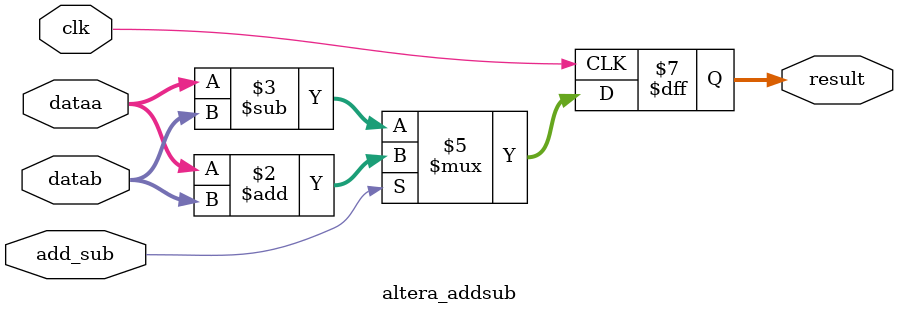
<source format=v>
module altera_addsub
(
	input [7:0] dataa,
	input [7:0] datab,
	input add_sub,	  // if this is 1, add; else subtract
	input clk,
	output reg [8:0] result
);

	always @ (posedge clk)
	begin
		if (add_sub)
			result <= dataa + datab;
		else
			result <= dataa - datab;
	end

endmodule

</source>
